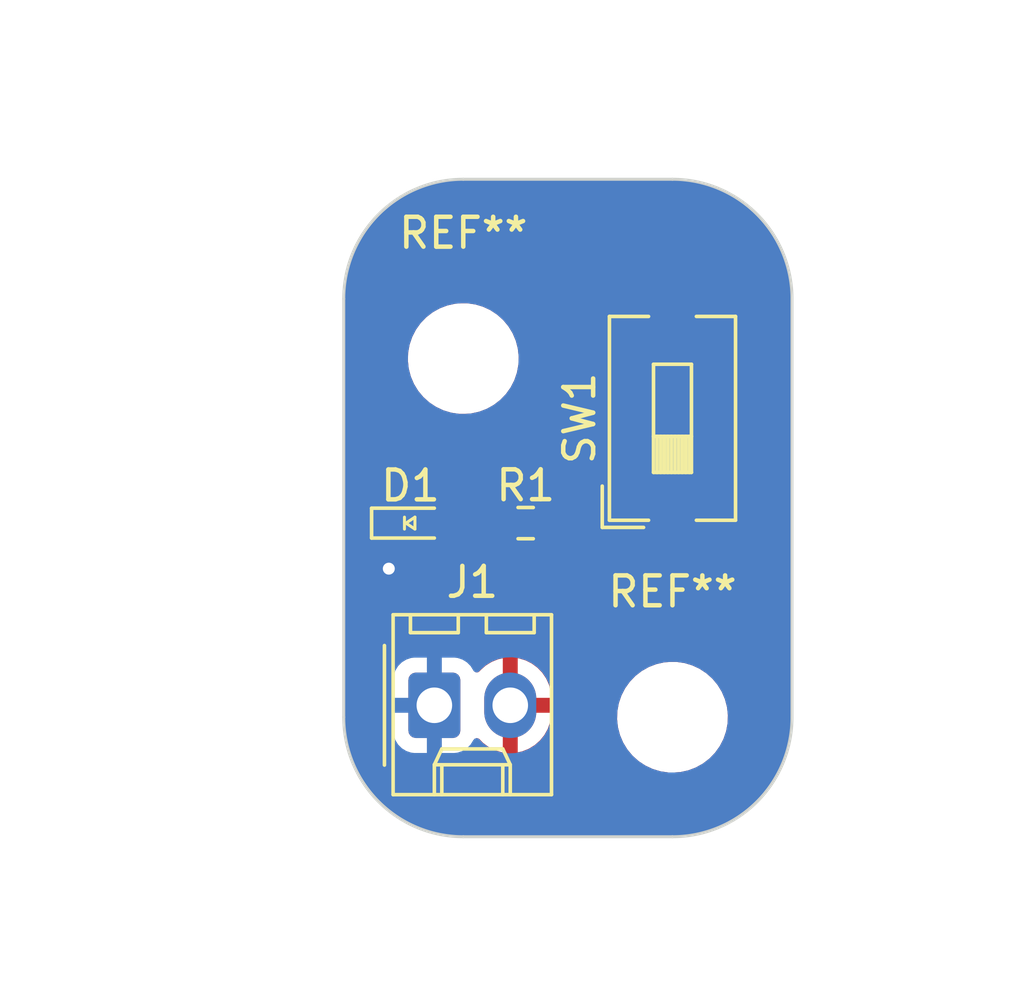
<source format=kicad_pcb>
(kicad_pcb (version 20221018) (generator pcbnew)
  (title_block (title "LED Project") (date "2022-08-16") (rev "0.0") (company "Illini Solar Car") (comment 1 "Designed By: Ashwat Krishnamoorthy"))
  (layers (0 "F.Cu" signal) (31 "B.Cu" signal) (34 "B.Paste" user) (35 "F.Paste" user) (36 "B.SilkS" user "B.Silkscreen") (37 "F.SilkS" user "F.Silkscreen") (38 "B.Mask" user) (39 "F.Mask" user) (44 "Edge.Cuts" user))
  (net 0 "")
  (net 1 "GND")
  (net 2 "Net-(D1-A)")
  (net 3 "+3V3")
  (net 4 "Net-(R1-Pad1)")
  (footprint "MountingHole:MountingHole_3.2mm_M3" (layer "F.Cu") (at 130 106)
    (fp_text reference "REF**" (at 0 -4.2) (layer "F.SilkS"))
    (fp_text value "MountingHole_3.2mm_M3")
    (pad "" np_thru_hole circle (at 0 0) (size 3.2 3.2) (drill 3.2) (layers "*.Cu" "*.Mask"))
  )
  (footprint "layout:LED_0603_Symbol_on_F.SilkS" (layer "F.Cu") (at 128.232 111.506)
    (fp_text reference "D1" (at 0 -1.25) (layer "F.SilkS"))
    (fp_text value "LED_GREEN")
    (fp_line (start -1.3 -0.5) (end -1.3 0.5) (stroke (width 0.12)) (layer "F.SilkS"))
    (fp_line (start -1.3 -0.5) (end 0.8 -0.5) (stroke (width 0.12)) (layer "F.SilkS"))
    (fp_line (start -1.3 0.5) (end 0.8 0.5) (stroke (width 0.12)) (layer "F.SilkS"))
    (fp_line (start -0.2 -0.2) (end -0.2 0.2) (stroke (width 0.1)) (layer "F.SilkS"))
    (fp_line (start -0.15 0) (end 0.15 -0.2) (stroke (width 0.1)) (layer "F.SilkS"))
    (fp_line (start 0.15 -0.2) (end 0.15 0.2) (stroke (width 0.1)) (layer "F.SilkS"))
    (fp_line (start 0.15 0.2) (end -0.15 0) (stroke (width 0.1)) (layer "F.SilkS"))
    (pad "1" smd rect (at -0.8 0 180) (size 0.8 0.8) (layers "F.Cu" "F.Paste" "F.Mask") (net 1 "GND"))
    (pad "2" smd rect (at 0.8 0 180) (size 0.8 0.8) (layers "F.Cu" "F.Paste" "F.Mask") (net 2 "Net-(D1-A)"))
  )
  (footprint "Connector_Molex:Molex_KK-254_AE-6410-02A_1x02_P2.54mm_Vertical" (layer "F.Cu") (at 129.032 117.602)
    (fp_text reference "J1" (at 1.27 -4.12) (layer "F.SilkS"))
    (fp_text value "Conn_01x02")
    (fp_line (start -1.67 -2) (end -1.67 2) (stroke (width 0.12)) (layer "F.SilkS"))
    (fp_line (start -1.38 -3.03) (end -1.38 2.99) (stroke (width 0.12)) (layer "F.SilkS"))
    (fp_line (start -1.38 2.99) (end 3.92 2.99) (stroke (width 0.12)) (layer "F.SilkS"))
    (fp_line (start -0.8 -3.03) (end -0.8 -2.43) (stroke (width 0.12)) (layer "F.SilkS"))
    (fp_line (start -0.8 -2.43) (end 0.8 -2.43) (stroke (width 0.12)) (layer "F.SilkS"))
    (fp_line (start 0 1.99) (end 0.25 1.46) (stroke (width 0.12)) (layer "F.SilkS"))
    (fp_line (start 0 1.99) (end 2.54 1.99) (stroke (width 0.12)) (layer "F.SilkS"))
    (fp_line (start 0 2.99) (end 0 1.99) (stroke (width 0.12)) (layer "F.SilkS"))
    (fp_line (start 0.25 1.46) (end 2.29 1.46) (stroke (width 0.12)) (layer "F.SilkS"))
    (fp_line (start 0.25 2.99) (end 0.25 1.99) (stroke (width 0.12)) (layer "F.SilkS"))
    (fp_line (start 0.8 -2.43) (end 0.8 -3.03) (stroke (width 0.12)) (layer "F.SilkS"))
    (fp_line (start 1.74 -3.03) (end 1.74 -2.43) (stroke (width 0.12)) (layer "F.SilkS"))
    (fp_line (start 1.74 -2.43) (end 3.34 -2.43) (stroke (width 0.12)) (layer "F.SilkS"))
    (fp_line (start 2.29 1.46) (end 2.54 1.99) (stroke (width 0.12)) (layer "F.SilkS"))
    (fp_line (start 2.29 2.99) (end 2.29 1.99) (stroke (width 0.12)) (layer "F.SilkS"))
    (fp_line (start 2.54 1.99) (end 2.54 2.99) (stroke (width 0.12)) (layer "F.SilkS"))
    (fp_line (start 3.34 -2.43) (end 3.34 -3.03) (stroke (width 0.12)) (layer "F.SilkS"))
    (fp_line (start 3.92 -3.03) (end -1.38 -3.03) (stroke (width 0.12)) (layer "F.SilkS"))
    (fp_line (start 3.92 2.99) (end 3.92 -3.03) (stroke (width 0.12)) (layer "F.SilkS"))
    (pad "1" thru_hole roundrect (at 0 0) (size 1.74 2.19) (drill 1.19) (layers "*.Cu" "*.Mask") (roundrect_rratio 0.143678) (net 1 "GND"))
    (pad "2" thru_hole oval (at 2.54 0) (size 1.74 2.19) (drill 1.19) (layers "*.Cu" "*.Mask") (net 3 "+3V3"))
  )
  (footprint "Button_Switch_SMD:SW_DIP_SPSTx01_Slide_6.7x4.1mm_W8.61mm_P2.54mm_LowProfile" (layer "F.Cu") (at 137 108 90)
    (fp_text reference "SW1" (at 0 -3.11 90) (layer "F.SilkS"))
    (fp_text value "SW_Push")
    (fp_line (start -3.65 -2.35) (end -3.65 -0.967) (stroke (width 0.12)) (layer "F.SilkS"))
    (fp_line (start -3.65 -2.35) (end -2.267 -2.35) (stroke (width 0.12)) (layer "F.SilkS"))
    (fp_line (start -3.41 -2.11) (end -3.41 -0.8) (stroke (width 0.12)) (layer "F.SilkS"))
    (fp_line (start -3.41 -2.11) (end 3.41 -2.11) (stroke (width 0.12)) (layer "F.SilkS"))
    (fp_line (start -3.41 0.8) (end -3.41 2.11) (stroke (width 0.12)) (layer "F.SilkS"))
    (fp_line (start -3.41 2.11) (end 3.41 2.11) (stroke (width 0.12)) (layer "F.SilkS"))
    (fp_line (start -1.81 -0.635) (end -1.81 0.635) (stroke (width 0.12)) (layer "F.SilkS"))
    (fp_line (start -1.81 -0.515) (end -0.603333 -0.515) (stroke (width 0.12)) (layer "F.SilkS"))
    (fp_line (start -1.81 -0.395) (end -0.603333 -0.395) (stroke (width 0.12)) (layer "F.SilkS"))
    (fp_line (start -1.81 -0.275) (end -0.603333 -0.275) (stroke (width 0.12)) (layer "F.SilkS"))
    (fp_line (start -1.81 -0.155) (end -0.603333 -0.155) (stroke (width 0.12)) (layer "F.SilkS"))
    (fp_line (start -1.81 -0.035) (end -0.603333 -0.035) (stroke (width 0.12)) (layer "F.SilkS"))
    (fp_line (start -1.81 0.085) (end -0.603333 0.085) (stroke (width 0.12)) (layer "F.SilkS"))
    (fp_line (start -1.81 0.205) (end -0.603333 0.205) (stroke (width 0.12)) (layer "F.SilkS"))
    (fp_line (start -1.81 0.325) (end -0.603333 0.325) (stroke (width 0.12)) (layer "F.SilkS"))
    (fp_line (start -1.81 0.445) (end -0.603333 0.445) (stroke (width 0.12)) (layer "F.SilkS"))
    (fp_line (start -1.81 0.565) (end -0.603333 0.565) (stroke (width 0.12)) (layer "F.SilkS"))
    (fp_line (start -1.81 0.635) (end 1.81 0.635) (stroke (width 0.12)) (layer "F.SilkS"))
    (fp_line (start -0.603333 -0.635) (end -0.603333 0.635) (stroke (width 0.12)) (layer "F.SilkS"))
    (fp_line (start 1.81 -0.635) (end -1.81 -0.635) (stroke (width 0.12)) (layer "F.SilkS"))
    (fp_line (start 1.81 0.635) (end 1.81 -0.635) (stroke (width 0.12)) (layer "F.SilkS"))
    (fp_line (start 3.41 -2.11) (end 3.41 -0.8) (stroke (width 0.12)) (layer "F.SilkS"))
    (fp_line (start 3.41 0.8) (end 3.41 2.11) (stroke (width 0.12)) (layer "F.SilkS"))
    (pad "1" smd rect (at -4.305 0 90) (size 2.44 1.12) (layers "F.Cu" "F.Paste" "F.Mask") (net 3 "+3V3"))
    (pad "2" smd rect (at 4.305 0 90) (size 2.44 1.12) (layers "F.Cu" "F.Paste" "F.Mask") (net 4 "Net-(R1-Pad1)"))
  )
  (footprint "Resistor_SMD:R_0603_1608Metric_Pad0.98x0.95mm_HandSolder" (layer "F.Cu") (at 132.0875 111.506 180)
    (fp_text reference "R1" (at 0 1.256) (layer "F.SilkS"))
    (fp_text value "105")
    (fp_line (start -0.254724 -0.5225) (end 0.254724 -0.5225) (stroke (width 0.12)) (layer "F.SilkS"))
    (fp_line (start -0.254724 0.5225) (end 0.254724 0.5225) (stroke (width 0.12)) (layer "F.SilkS"))
    (pad "1" smd roundrect (at -0.9125 0 180) (size 0.975 0.95) (layers "F.Cu" "F.Paste" "F.Mask") (net 4 "Net-(R1-Pad1)"))
    (pad "2" smd roundrect (at 0.9125 0 180) (size 0.975 0.95) (layers "F.Cu" "F.Paste" "F.Mask") (net 2 "Net-(D1-A)"))
  )
  (footprint "MountingHole:MountingHole_3.2mm_M3" (layer "F.Cu") (at 137 118)
    (fp_text reference "REF**" (at 0 -4.2) (layer "F.SilkS"))
    (fp_text value "MountingHole_3.2mm_M3")
    (pad "" np_thru_hole circle (at 0 0) (size 3.2 3.2) (drill 3.2) (layers "F&B.Cu" "*.Mask"))
  )
  (gr_line (start 141 104) (end 141 118) (stroke (width 0.1)) (layer "Edge.Cuts"))
  (gr_arc (start 126 104) (mid 127.171573 101.171573) (end 130 100) (stroke (width 0.1)) (layer "Edge.Cuts"))
  (gr_line (start 126 118) (end 126 104) (stroke (width 0.1)) (layer "Edge.Cuts"))
  (gr_line (start 130 100) (end 137 100) (stroke (width 0.1)) (layer "Edge.Cuts"))
  (gr_arc (start 141 118) (mid 139.828427 120.828427) (end 137 122) (stroke (width 0.1)) (layer "Edge.Cuts"))
  (gr_line (start 137 122) (end 130 122) (stroke (width 0.1)) (layer "Edge.Cuts"))
  (gr_arc (start 137 100) (mid 139.828427 101.171573) (end 141 104) (stroke (width 0.1)) (layer "Edge.Cuts"))
  (gr_arc (start 130 122) (mid 127.171573 120.828427) (end 126 118) (stroke (width 0.1)) (layer "Edge.Cuts"))
  (segment (start 127.432 112.954) (end 127.508 113.03) (width 0.25) (layer "F.Cu") (net 1))
  (segment (start 127.432 111.506) (end 127.432 112.954) (width 0.25) (layer "F.Cu") (net 1))
  (via (at 127.508 113.03) (size 0.8) (drill 0.4) (layers "F.Cu" "B.Cu") (net 1))
  (segment (start 129.032 111.506) (end 131.175 111.506) (width 0.25) (layer "F.Cu") (net 2))
  (segment (start 137 103.695) (end 135.319 103.695) (width 0.25) (layer "F.Cu") (net 4))
  (segment (start 133.858 110.49) (end 133 111.348) (width 0.25) (layer "F.Cu") (net 4))
  (segment (start 135.319 103.695) (end 133.858 105.156) (width 0.25) (layer "F.Cu") (net 4))
  (segment (start 133.858 105.156) (end 133.858 110.49) (width 0.25) (layer "F.Cu") (net 4))
  (segment (start 133 111.348) (end 133 112) (width 0.25) (layer "F.Cu") (net 4))
  (zone (net 3) (net_name "+3V3") (layer "F.Cu") (connect_pads (clearance 0.508)) (min_thickness 0.25) (fill yes (thermal_gap 0.5) (thermal_bridge_width 0.5))
    (polygon (pts (xy 126 100) (xy 141 100) (xy 141 122) (xy 126 122)))
  )
  (zone (net 1) (net_name "GND") (layer "B.Cu") (priority 1) (connect_pads (clearance 0.508)) (min_thickness 0.25) (fill yes (thermal_gap 0.5) (thermal_bridge_width 0.5))
    (polygon (pts (xy 126 100) (xy 141 100) (xy 141 122) (xy 126 122)))
  )
)
</source>
